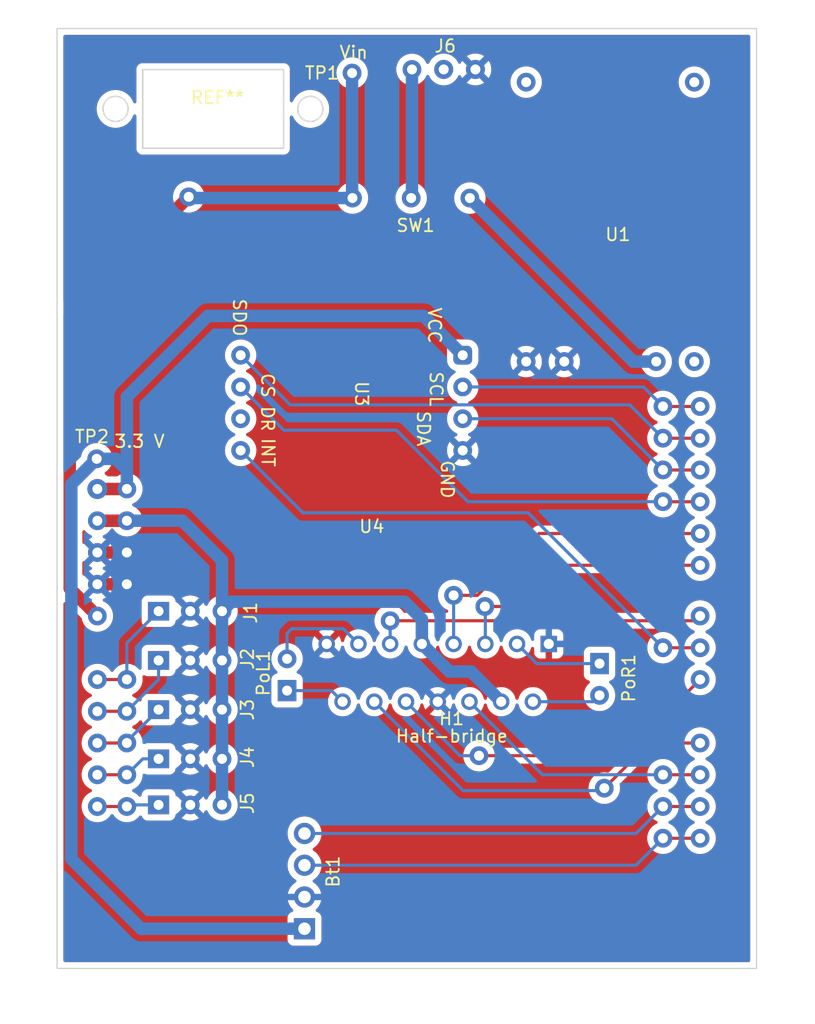
<source format=kicad_pcb>
(kicad_pcb (version 20211014) (generator pcbnew)
  (layers (0 "F.Cu" signal) (31 "B.Cu" power) (34 "B.Paste" user) (35 "F.Paste" user) (36 "B.SilkS" user "B.Silkscreen") (37 "F.SilkS" user "F.Silkscreen") (38 "B.Mask" user) (39 "F.Mask" user) (44 "Edge.Cuts" user))
  (net 0 "")
  (net 1 "GND")
  (net 2 "Net-(H1-Pad2)")
  (net 3 "Net-(H1-Pad3)")
  (net 4 "/3.3V")
  (net 5 "Net-(H1-Pad13)")
  (net 6 "Net-(H1-Pad14)")
  (net 7 "Net-(U3-Pad2)")
  (net 9 "Net-(U3-Pad4)")
  (net 10 "Net-(U3-Pad6)")
  (net 11 "Net-(U3-Pad7)")
  (net 12 "Net-(J3-Pad1)")
  (net 13 "/5V")
  (net 18 "/Vin")
  (net 19 "/chrg+")
  (net 20 "/Batt+")
  (net 21 "Net-(J2-Pad1)")
  (net 22 "Net-(Bt1-Pad3)")
  (net 23 "Net-(U3-Pad1)")
  (net 24 "Net-(J1-Pad1)")
  (net 25 "Net-(H1-Pad7)")
  (net 26 "Net-(H1-Pad12)")
  (net 27 "Net-(H1-Pad10)")
  (net 28 "Net-(H1-Pad11)")
  (net 29 "Net-(J4-Pad1)")
  (net 30 "Net-(H1-Pad5)")
  (net 31 "Net-(H1-Pad6)")
  (net 32 "Net-(Bt1-Pad4)")
  (net 33 "Net-(J5-Pad1)")
  (footprint "Connector_PinHeader_2.54mm:PinHeader_1x03_P2.54mm_Vertical" (layer "F.Cu") (at 111.125 116.459 90)
    (fp_text reference "J2" (at 0.127 7.112 90) (layer "F.SilkS"))
    (fp_text value "IR_sensor")
    (pad "1" thru_hole rect (at 0 0 90) (size 1.5 1.7) (drill 0.8) (layers *.Cu *.Mask) (net 21 "Net-(J2-Pad1)"))
    (pad "2" thru_hole circle (at 0 2.54 90) (size 1.5 1.5) (drill 0.8) (layers *.Cu *.Mask) (net 1 "GND"))
    (pad "3" thru_hole circle (at 0 5.08 90) (size 1.5 1.5) (drill 0.8) (layers *.Cu *.Mask) (net 13 "/5V"))
  )
  (footprint "Connector_PinHeader_2.54mm:PinHeader_1x02_P2.54mm_Horizontal" (layer "F.Cu") (at 121.412 118.872 180)
    (fp_text reference "PoL1" (at 1.905 1.397 90) (layer "F.SilkS"))
    (fp_text value "DC-motor_L")
    (pad "1" thru_hole rect (at 0 0 180) (size 1.5 1.7) (drill 0.8) (layers *.Cu *.Mask) (net 6 "Net-(H1-Pad14)"))
    (pad "2" thru_hole circle (at 0 2.54 180) (size 1.5 1.5) (drill 0.8) (layers *.Cu *.Mask) (net 5 "Net-(H1-Pad13)"))
  )
  (footprint "Omat:GY-50" (layer "F.Cu") (at 115.03 84.296 -90)
    (fp_text reference "U3" (at 10.827 -12.351 -90 unlocked) (layer "F.SilkS"))
    (fp_text value "gy50")
    (fp_text user "INT" (at 15.526 -4.858 -90 unlocked) (layer "F.SilkS"))
    (fp_text user "VCC" (at 5.366 -18.193 -90 unlocked) (layer "F.SilkS"))
    (fp_text user "CS" (at 10.16 -4.826 -90 unlocked) (layer "F.SilkS"))
    (fp_text user "SCL" (at 10.446 -18.32 -90 unlocked) (layer "F.SilkS"))
    (fp_text user "DR" (at 12.827 -4.826 -90 unlocked) (layer "F.SilkS"))
    (fp_text user "GND" (at 17.685 -19.209 -90 unlocked) (layer "F.SilkS"))
    (fp_text user "SDA" (at 13.621 -17.304 -90 unlocked) (layer "F.SilkS"))
    (fp_text user "SDO" (at 4.731 -2.572 -90 unlocked) (layer "F.SilkS"))
    (pad "1" thru_hole circle (at 7.747 -2.667 270) (size 1.5 1.5) (drill 0.8) (layers *.Cu *.Mask) (net 23 "Net-(U3-Pad1)"))
    (pad "2" thru_hole circle (at 10.287 -2.667 270) (size 1.5 1.5) (drill 0.8) (layers *.Cu *.Mask) (net 7 "Net-(U3-Pad2)"))
    (pad "3" thru_hole circle (at 12.827 -2.667 270) (size 1.5 1.5) (drill 0.8) (layers *.Cu *.Mask))
    (pad "4" thru_hole circle (at 15.367 -2.667 270) (size 1.5 1.5) (drill 0.8) (layers *.Cu *.Mask) (net 9 "Net-(U3-Pad4)"))
    (pad "5" thru_hole roundrect (at 7.747 -20.447 270) (size 1.5 1.5) (drill 0.8) (layers *.Cu *.Mask) (net 4 "/3.3V"))
    (pad "6" thru_hole circle (at 10.287 -20.447 270) (size 1.5 1.5) (drill 0.8) (layers *.Cu *.Mask) (net 10 "Net-(U3-Pad6)"))
    (pad "7" thru_hole circle (at 12.827 -20.447 270) (size 1.5 1.5) (drill 0.8) (layers *.Cu *.Mask) (net 11 "Net-(U3-Pad7)"))
    (pad "8" thru_hole circle (at 15.367 -20.447 270) (size 1.5 1.5) (drill 0.8) (layers *.Cu *.Mask) (net 1 "GND"))
  )
  (footprint "Connector_Pin:Pin_D0.7mm_L6.5mm_W1.8mm_FlatFork" (layer "F.Cu") (at 126.619 69.469)
    (fp_text reference "TP1" (at -2.413 0) (layer "F.SilkS"))
    (fp_text value "TestPoint")
    (pad "1" thru_hole circle (at 0 0) (size 1.5 1.5) (drill 0.8) (layers *.Cu *.Mask) (net 18 "/Vin"))
  )
  (footprint "Connector_PinHeader_2.54mm:PinHeader_1x04_P2.54mm_Vertical" (layer "F.Cu") (at 122.809 137.922 180)
    (fp_text reference "Bt1" (at -2.286 4.572 90) (layer "F.SilkS"))
    (fp_text value "Bluetooth_module")
    (pad "1" thru_hole rect (at 0 0 180) (size 1.7 1.7) (drill 1) (layers *.Cu *.Mask) (net 4 "/3.3V"))
    (pad "2" thru_hole oval (at 0 2.54 180) (size 1.7 1.7) (drill 1) (layers *.Cu *.Mask) (net 1 "GND"))
    (pad "3" thru_hole oval (at 0 5.08 180) (size 1.7 1.7) (drill 1) (layers *.Cu *.Mask) (net 22 "Net-(Bt1-Pad3)"))
    (pad "4" thru_hole oval (at 0 7.62 180) (size 1.7 1.7) (drill 1) (layers *.Cu *.Mask) (net 32 "Net-(Bt1-Pad4)"))
  )
  (footprint "Omat:SPDT" (layer "F.Cu") (at 137.954 75.406 180)
    (fp_text reference "SW1" (at 6.255 -6.255 unlocked) (layer "F.SilkS"))
    (fp_text value "Pwr_Sw")
    (pad "1" thru_hole circle (at 11.303 -4.064 180) (size 1.5 1.5) (drill 0.8) (layers *.Cu *.Mask) (net 18 "/Vin"))
    (pad "2" thru_hole circle (at 6.604 -4.064 180) (size 1.5 1.5) (drill 0.8) (layers *.Cu *.Mask) (net 20 "/Batt+"))
    (pad "3" thru_hole circle (at 1.905 -4.064 180) (size 1.5 1.5) (drill 0.8) (layers *.Cu *.Mask) (net 19 "/chrg+"))
  )
  (footprint "Connector_PinHeader_2.54mm:PinHeader_1x03_P2.54mm_Vertical" (layer "F.Cu") (at 111.125 120.396 90)
    (fp_text reference "J3" (at 0 7.112 90) (layer "F.SilkS"))
    (fp_text value "IR_sensor")
    (pad "1" thru_hole rect (at 0 0 90) (size 1.5 1.7) (drill 0.8) (layers *.Cu *.Mask) (net 12 "Net-(J3-Pad1)"))
    (pad "2" thru_hole circle (at 0 2.54 90) (size 1.5 1.5) (drill 0.8) (layers *.Cu *.Mask) (net 1 "GND"))
    (pad "3" thru_hole circle (at 0 5.08 90) (size 1.5 1.5) (drill 0.8) (layers *.Cu *.Mask) (net 13 "/5V"))
  )
  (footprint "Connector_PinHeader_2.54mm:PinHeader_1x03_P2.54mm_Vertical" (layer "F.Cu") (at 111.125 124.333 90)
    (fp_text reference "J4" (at 0.127 7.112 90) (layer "F.SilkS"))
    (fp_text value "IR_sensor")
    (pad "1" thru_hole rect (at 0 0 90) (size 1.5 1.7) (drill 0.8) (layers *.Cu *.Mask) (net 29 "Net-(J4-Pad1)"))
    (pad "2" thru_hole circle (at 0 2.54 90) (size 1.5 1.5) (drill 0.8) (layers *.Cu *.Mask) (net 1 "GND"))
    (pad "3" thru_hole circle (at 0 5.08 90) (size 1.5 1.5) (drill 0.8) (layers *.Cu *.Mask) (net 13 "/5V"))
  )
  (footprint "Connector_PinHeader_2.54mm:PinHeader_1x03_P2.54mm_Vertical" (layer "F.Cu") (at 111.125 128.016 90)
    (fp_text reference "J5" (at 0.127 7.112 90) (layer "F.SilkS"))
    (fp_text value "IR_sensor")
    (pad "1" thru_hole rect (at 0 0 90) (size 1.5 1.7) (drill 0.8) (layers *.Cu *.Mask) (net 33 "Net-(J5-Pad1)"))
    (pad "2" thru_hole circle (at 0 2.54 90) (size 1.5 1.5) (drill 0.8) (layers *.Cu *.Mask) (net 1 "GND"))
    (pad "3" thru_hole circle (at 0 5.08 90) (size 1.5 1.5) (drill 0.8) (layers *.Cu *.Mask) (net 13 "/5V"))
  )
  (footprint "Omat:TPS4056" (layer "F.Cu") (at 138.779 67.659 -90)
    (fp_text reference "U1" (at 14.732 -9.12 unlocked) (layer "F.SilkS"))
    (fp_text value "pwr_mgr_1")
    (pad "1" thru_hole circle (at 24.892 -1.778 270) (size 1.5 1.5) (drill 0.8) (layers *.Cu *.Mask) (net 1 "GND"))
    (pad "2" thru_hole circle (at 24.892 -4.826 270) (size 1.5 1.5) (drill 0.8) (layers *.Cu *.Mask) (net 1 "GND"))
    (pad "3" thru_hole circle (at 24.892 -12.192 270) (size 1.5 1.5) (drill 0.8) (layers *.Cu *.Mask) (net 19 "/chrg+"))
    (pad "4" thru_hole circle (at 24.892 -15.24 270) (size 1.5 1.5) (drill 0.8) (layers *.Cu *.Mask))
    (pad "5" thru_hole circle (at 2.54 -1.778 270) (size 1.5 1.5) (drill 0.8) (layers *.Cu *.Mask))
    (pad "6" thru_hole circle (at 2.54 -15.24 270) (size 1.5 1.5) (drill 0.8) (layers *.Cu *.Mask))
  )
  (footprint "Omat:SPDT_rec" (layer "F.Cu") (at 105.283 77.47)
    (fp_text reference "REF**" (at 10.5664 -6.0452 unlocked) (layer "F.SilkS"))
    (fp_text value "SPDT_rec")
    (fp_rect (start 4.572 -1.9812) (end 15.8496 -8.2804) (layer "Edge.Cuts") (width 0.12) (fill none))
    (fp_circle (center 17.990849 -5.1308) (end 18.752849 -4.4704) (layer "Edge.Cuts") (width 0.12) (fill none))
    (fp_circle (center 2.397812 -5.1308) (end 3.109012 -4.4196) (layer "Edge.Cuts") (width 0.12) (fill none))
  )
  (footprint "Connector_Pin:Pin_D0.7mm_L6.5mm_W1.8mm_FlatFork" (layer "F.Cu") (at 106.172 100.33)
    (fp_text reference "TP2" (at -0.381 -1.778) (layer "F.SilkS"))
    (fp_text value "TestPoint")
    (pad "1" thru_hole circle (at 0 0) (size 1.5 1.5) (drill 0.8) (layers *.Cu *.Mask) (net 4 "/3.3V"))
  )
  (footprint "Connector_PinHeader_2.54mm:PinHeader_1x02_P2.54mm_Horizontal" (layer "F.Cu") (at 146.431 116.713)
    (fp_text reference "PoR1" (at 2.343 1.16705 90) (layer "F.SilkS"))
    (fp_text value "DC-motor_R")
    (pad "1" thru_hole rect (at 0 0) (size 1.5 1.7) (drill 0.8) (layers *.Cu *.Mask) (net 3 "Net-(H1-Pad3)"))
    (pad "2" thru_hole circle (at 0 2.54) (size 1.5 1.5) (drill 0.8) (layers *.Cu *.Mask) (net 2 "Net-(H1-Pad2)"))
  )
  (footprint "Omat:Connector_3pin" (layer "F.Cu") (at 137.6365 67.913 180)
    (fp_text reference "J6" (at 3.556 0.603 unlocked) (layer "F.SilkS"))
    (fp_text value "BATT")
    (pad "1" thru_hole circle (at 1.143 -1.27 180) (size 1.524 1.524) (drill 0.8) (layers *.Cu *.Mask) (net 1 "GND"))
    (pad "2" thru_hole circle (at 3.683 -1.27 180) (size 1.524 1.524) (drill 0.8) (layers *.Cu *.Mask))
    (pad "3" thru_hole circle (at 6.223 -1.27 180) (size 1.5 1.5) (drill 0.8) (layers *.Cu *.Mask) (net 20 "/Batt+"))
  )
  (footprint "Omat:L298HN" (layer "F.Cu") (at 142.367 115.1382 180)
    (fp_text reference "H1" (at 7.7851 -5.9817 180) (layer "F.SilkS"))
    (fp_text value "Half-bridge" (at 7.76605 -7.3787 180) (layer "F.SilkS"))
    (pad "1" thru_hole rect (at 0 0 180) (size 1.3208 1.3208) (drill 0.8128) (layers *.Cu *.Mask) (net 1 "GND"))
    (pad "2" thru_hole circle (at 1.27 -4.6228 180) (size 1.3208 1.3208) (drill 0.8128) (layers *.Cu *.Mask) (net 2 "Net-(H1-Pad2)"))
    (pad "3" thru_hole circle (at 2.54 0 180) (size 1.3208 1.3208) (drill 0.8128) (layers *.Cu *.Mask) (net 3 "Net-(H1-Pad3)"))
    (pad "4" thru_hole circle (at 3.81 -4.6228 180) (size 1.3208 1.3208) (drill 0.8128) (layers *.Cu *.Mask) (net 13 "/5V"))
    (pad "5" thru_hole circle (at 5.08 0 180) (size 1.3208 1.3208) (drill 0.8128) (layers *.Cu *.Mask) (net 30 "Net-(H1-Pad5)"))
    (pad "6" thru_hole circle (at 6.35 -4.6228 180) (size 1.3208 1.3208) (drill 0.8128) (layers *.Cu *.Mask) (net 31 "Net-(H1-Pad6)"))
    (pad "7" thru_hole circle (at 7.62 0 180) (size 1.3208 1.3208) (drill 0.8128) (layers *.Cu *.Mask) (net 25 "Net-(H1-Pad7)"))
    (pad "8" thru_hole circle (at 8.89 -4.6228 180) (size 1.3208 1.3208) (drill 0.8128) (layers *.Cu *.Mask) (net 1 "GND"))
    (pad "9" thru_hole circle (at 10.16 0 180) (size 1.3208 1.3208) (drill 0.8128) (layers *.Cu *.Mask) (net 13 "/5V"))
    (pad "10" thru_hole circle (at 11.43 -4.6228 180) (size 1.3208 1.3208) (drill 0.8128) (layers *.Cu *.Mask) (net 27 "Net-(H1-Pad10)"))
    (pad "11" thru_hole circle (at 12.7 0 180) (size 1.3208 1.3208) (drill 0.8128) (layers *.Cu *.Mask) (net 28 "Net-(H1-Pad11)"))
    (pad "12" thru_hole circle (at 13.97 -4.6228 180) (size 1.3208 1.3208) (drill 0.8128) (layers *.Cu *.Mask) (net 26 "Net-(H1-Pad12)"))
    (pad "13" thru_hole circle (at 15.24 0 180) (size 1.3208 1.3208) (drill 0.8128) (layers *.Cu *.Mask) (net 5 "Net-(H1-Pad13)"))
    (pad "14" thru_hole circle (at 16.51 -4.6228 180) (size 1.3208 1.3208) (drill 0.8128) (layers *.Cu *.Mask) (net 6 "Net-(H1-Pad14)"))
    (pad "15" thru_hole circle (at 17.78 0 180) (size 1.3208 1.3208) (drill 0.8128) (layers *.Cu *.Mask) (net 1 "GND"))
  )
  (footprint "Omat:ST_Morpho_Connector_144_STLink_MountingHoles_modded" (layer "F.Cu") (at 98.679 67.313)
    (fp_text reference "U4" (at 29.5148 38.4332) (layer "F.SilkS"))
    (fp_text value "NUCLEO144-F429ZI")
    (pad "16" thru_hole circle (at 7.5438 35.433) (size 1.6 1.6) (drill 0.8) (layers *.Cu *.Mask) (net 4 "/3.3V"))
    (pad "18" thru_hole circle (at 7.5438 37.973) (size 1.5 1.5) (drill 0.8) (layers *.Cu *.Mask) (net 13 "/5V"))
    (pad "24" thru_hole circle (at 7.5438 45.593) (size 1.5 1.5) (drill 0.8) (layers *.Cu *.Mask) (net 18 "/Vin"))
    (pad "37" thru_hole circle (at 7.5438 55.753) (size 1.5 1.5) (drill 0.8) (layers *.Cu *.Mask) (net 12 "Net-(J3-Pad1)"))
    (pad "38" thru_hole circle (at 7.5438 53.213) (size 1.5 1.5) (drill 0.8) (layers *.Cu *.Mask) (net 21 "Net-(J2-Pad1)"))
    (pad "63" thru_hole circle (at 55.8038 63.373) (size 1.5 1.5) (drill 0.8) (layers *.Cu *.Mask) (net 22 "Net-(Bt1-Pad3)"))
    (pad "83" thru_hole circle (at 55.8038 28.833) (size 1.5 1.5) (drill 0.8) (layers *.Cu *.Mask) (net 10 "Net-(U3-Pad6)"))
    (pad "85" thru_hole circle (at 55.8038 31.373) (size 1.5 1.5) (drill 0.8) (layers *.Cu *.Mask) (net 23 "Net-(U3-Pad1)"))
    (pad "87" thru_hole circle (at 55.8038 33.913) (size 1.5 1.5) (drill 0.8) (layers *.Cu *.Mask) (net 11 "Net-(U3-Pad7)"))
    (pad "108" thru_hole circle (at 7.5438 60.833) (size 1.5 1.5) (drill 0.8) (layers *.Cu *.Mask) (net 33 "Net-(J5-Pad1)"))
    (pad "114" thru_hole circle (at 7.5438 50.673) (size 1.5 1.5) (drill 0.8) (layers *.Cu *.Mask) (net 24 "Net-(J1-Pad1)"))
    (pad "118" thru_hole circle (at 55.8038 36.453) (size 1.5 1.5) (drill 0.8) (layers *.Cu *.Mask) (net 7 "Net-(U3-Pad2)"))
    (pad "120" thru_hole circle (at 55.8038 38.993) (size 1.5 1.5) (drill 0.8) (layers *.Cu *.Mask) (net 25 "Net-(H1-Pad7)"))
    (pad "124" thru_hole circle (at 55.8038 48.133) (size 1.5 1.5) (drill 0.8) (layers *.Cu *.Mask) (net 9 "Net-(U3-Pad4)"))
    (pad "127" thru_hole circle (at 55.8038 55.753) (size 1.5 1.5) (drill 0.8) (layers *.Cu *.Mask) (net 26 "Net-(H1-Pad12)"))
    (pad "128" thru_hole circle (at 55.8038 50.673) (size 1.5 1.5) (drill 0.8) (layers *.Cu *.Mask) (net 27 "Net-(H1-Pad10)"))
    (pad "129" thru_hole circle (at 55.8038 45.593) (size 1.5 1.5) (drill 0.8) (layers *.Cu *.Mask) (net 28 "Net-(H1-Pad11)"))
    (pad "130" thru_hole circle (at 7.5438 58.293) (size 1.5 1.5) (drill 0.8) (layers *.Cu *.Mask) (net 29 "Net-(J4-Pad1)"))
    (pad "131" thru_hole circle (at 55.8038 41.533) (size 1.5 1.5) (drill 0.8) (layers *.Cu *.Mask) (net 30 "Net-(H1-Pad5)"))
    (pad "132" thru_hole circle (at 55.8038 58.293) (size 1.5 1.5) (drill 0.8) (layers *.Cu *.Mask) (net 31 "Net-(H1-Pad6)"))
    (pad "133" thru_hole circle (at 55.8038 60.833) (size 1.5 1.5) (drill 0.8) (layers *.Cu *.Mask) (net 32 "Net-(Bt1-Pad4)"))
    (pad "143" thru_hole circle (at 7.5438 40.513) (size 1.5 1.5) (drill 0.8) (layers *.Cu *.Mask) (net 1 "GND"))
    (pad "144" thru_hole circle (at 7.5438 43.053) (size 1.5 1.5) (drill 0.8) (layers *.Cu *.Mask) (net 1 "GND"))
  )
  (footprint "Connector_PinHeader_2.54mm:PinHeader_1x03_P2.54mm_Vertical" (layer "F.Cu") (at 111.125 112.522 90)
    (fp_text reference "J1" (at -0.127 7.366 90) (layer "F.SilkS"))
    (fp_text value "IR_sensor")
    (pad "1" thru_hole rect (at 0 0 90) (size 1.5 1.7) (drill 0.8) (layers *.Cu *.Mask) (net 24 "Net-(J1-Pad1)"))
    (pad "2" thru_hole circle (at 0 2.54 90) (size 1.5 1.5) (drill 0.8) (layers *.Cu *.Mask) (net 1 "GND"))
    (pad "3" thru_hole circle (at 0 5.08 90) (size 1.5 1.5) (drill 0.8) (layers *.Cu *.Mask) (net 13 "/5V"))
  )
  (gr_rect (start 102.997 65.913) (end 159.004 141.097) (layer "Edge.Cuts") (width 0.1) (fill none))
  (gr_text "Vin" (at 126.746 67.818) (layer "F.SilkS") (effects (font (size 1 1))))
  (gr_text "3.3 V" (at 109.601 98.933) (layer "F.SilkS") (effects (font (size 1 1))))
  (segment (start 108.582 110.366) (end 108.585 110.363) (width 1) (layer "F.Cu") (net 1))
  (segment (start 106.2228 110.366) (end 108.582 110.366) (width 1) (layer "F.Cu") (net 1))
  (segment (start 106.2228 107.826) (end 108.582 107.826) (width 1) (layer "F.Cu") (net 1))
  (segment (start 108.582 107.826) (end 108.585 107.823) (width 1) (layer "F.Cu") (net 1))
  (via (at 108.585 107.823) (size 1.5) (drill 0.8) (layers "F.Cu" "B.Cu") (net 1))
  (via (at 108.585 110.363) (size 1.5) (drill 0.8) (layers "F.Cu" "B.Cu") (net 1))
  (segment (start 145.923 119.761) (end 146.431 119.253) (width 0.25) (layer "B.Cu") (net 2))
  (segment (start 141.097 119.761) (end 145.923 119.761) (width 0.25) (layer "B.Cu") (net 2))
  (segment (start 141.4018 116.713) (end 146.431 116.713) (width 0.25) (layer "B.Cu") (net 3))
  (segment (start 139.827 115.1382) (end 141.4018 116.713) (width 0.25) (layer "B.Cu") (net 3))
  (segment (start 108.582 102.746) (end 108.585 102.743) (width 1) (layer "F.Cu") (net 4))
  (segment (start 106.2228 102.746) (end 108.582 102.746) (width 1) (layer "F.Cu") (net 4))
  (via (at 108.585 102.743) (size 1.5) (drill 0.8) (layers "F.Cu" "B.Cu") (net 4))
  (segment (start 132.334 88.9) (end 135.477 92.043) (width 1) (layer "B.Cu") (net 4))
  (segment (start 104.14 102.87) (end 104.14 132.334) (width 1) (layer "B.Cu") (net 4))
  (segment (start 115.062 88.9) (end 132.334 88.9) (width 1) (layer "B.Cu") (net 4))
  (segment (start 108.585 95.377) (end 115.062 88.9) (width 1) (layer "B.Cu") (net 4))
  (segment (start 109.728 137.922) (end 122.809 137.922) (width 1) (layer "B.Cu") (net 4))
  (segment (start 104.14 132.334) (end 109.728 137.922) (width 1) (layer "B.Cu") (net 4))
  (segment (start 108.585 102.743) (end 108.585 101.219) (width 1) (layer "B.Cu") (net 4))
  (segment (start 107.696 100.33) (end 108.585 101.219) (width 1) (layer "B.Cu") (net 4))
  (segment (start 104.14 102.362) (end 104.14 102.87) (width 1) (layer "B.Cu") (net 4))
  (segment (start 108.585 101.219) (end 108.585 95.377) (width 1) (layer "B.Cu") (net 4))
  (segment (start 106.172 100.33) (end 107.696 100.33) (width 1) (layer "B.Cu") (net 4))
  (segment (start 106.172 100.33) (end 104.14 102.362) (width 1) (layer "B.Cu") (net 4))
  (segment (start 121.412 114.3) (end 121.793 113.919) (width 0.25) (layer "B.Cu") (net 5))
  (segment (start 121.793 113.919) (end 125.9078 113.919) (width 0.25) (layer "B.Cu") (net 5))
  (segment (start 125.9078 113.919) (end 127.127 115.1382) (width 0.25) (layer "B.Cu") (net 5))
  (segment (start 121.412 116.332) (end 121.412 114.3) (width 0.25) (layer "B.Cu") (net 5))
  (segment (start 124.968 118.872) (end 121.412 118.872) (width 0.25) (layer "B.Cu") (net 6))
  (segment (start 125.857 119.761) (end 124.968 118.872) (width 0.25) (layer "B.Cu") (net 6))
  (segment (start 154.4828 103.766) (end 151.518 103.766) (width 0.25) (layer "F.Cu") (net 7))
  (segment (start 151.518 103.766) (end 151.511 103.759) (width 0.25) (layer "F.Cu") (net 7))
  (via (at 151.511 103.759) (size 1.5) (drill 0.8) (layers "F.Cu" "B.Cu") (net 7))
  (segment (start 121.158 98.044) (end 130.175 98.044) (width 0.25) (layer "B.Cu") (net 7))
  (segment (start 130.175 98.044) (end 135.89 103.759) (width 0.25) (layer "B.Cu") (net 7))
  (segment (start 135.89 103.759) (end 151.511 103.759) (width 0.25) (layer "B.Cu") (net 7))
  (segment (start 117.697 94.583) (end 121.158 98.044) (width 0.25) (layer "B.Cu") (net 7))
  (segment (start 154.4828 115.446) (end 151.514 115.446) (width 0.25) (layer "F.Cu") (net 9))
  (segment (start 151.514 115.446) (end 151.511 115.443) (width 0.25) (layer "F.Cu") (net 9))
  (via (at 151.511 115.443) (size 1.5) (drill 0.8) (layers "F.Cu" "B.Cu") (net 9))
  (segment (start 140.716 104.648) (end 151.511 115.443) (width 0.25) (layer "B.Cu") (net 9))
  (segment (start 117.697 99.663) (end 122.682 104.648) (width 0.25) (layer "B.Cu") (net 9))
  (segment (start 122.682 104.648) (end 140.716 104.648) (width 0.25) (layer "B.Cu") (net 9))
  (segment (start 154.4828 96.146) (end 151.518 96.146) (width 0.25) (layer "F.Cu") (net 10))
  (segment (start 151.518 96.146) (end 151.511 96.139) (width 0.25) (layer "F.Cu") (net 10))
  (via (at 151.511 96.139) (size 1.5) (drill 0.8) (layers "F.Cu" "B.Cu") (net 10))
  (segment (start 149.955 94.583) (end 151.511 96.139) (width 0.25) (layer "B.Cu") (net 10))
  (segment (start 135.477 94.583) (end 149.955 94.583) (width 0.25) (layer "B.Cu") (net 10))
  (segment (start 151.518 101.226) (end 151.511 101.219) (width 0.25) (layer "F.Cu") (net 11))
  (segment (start 154.4828 101.226) (end 151.518 101.226) (width 0.25) (layer "F.Cu") (net 11))
  (via (at 151.511 101.219) (size 1.5) (drill 0.8) (layers "F.Cu" "B.Cu") (net 11))
  (segment (start 135.477 97.123) (end 147.415 97.123) (width 0.25) (layer "B.Cu") (net 11))
  (segment (start 147.415 97.123) (end 151.511 101.219) (width 0.25) (layer "B.Cu") (net 11))
  (segment (start 108.582 123.066) (end 108.585 123.063) (width 0.25) (layer "F.Cu") (net 12))
  (segment (start 106.2228 123.066) (end 108.582 123.066) (width 0.25) (layer "F.Cu") (net 12))
  (via (at 108.585 123.063) (size 1.5) (drill 0.8) (layers "F.Cu" "B.Cu") (net 12))
  (segment (start 108.585 122.936) (end 108.585 123.063) (width 0.25) (layer "B.Cu") (net 12))
  (segment (start 111.125 120.396) (end 108.585 122.936) (width 0.25) (layer "B.Cu") (net 12))
  (segment (start 106.2228 105.286) (end 108.582 105.286) (width 1) (layer "F.Cu") (net 13))
  (segment (start 108.582 105.286) (end 108.585 105.283) (width 1) (layer "F.Cu") (net 13))
  (via (at 108.585 105.283) (size 1.5) (drill 0.8) (layers "F.Cu" "B.Cu") (net 13))
  (segment (start 132.207 115.1382) (end 134.4168 117.348) (width 1) (layer "B.Cu") (net 13))
  (segment (start 130.81 111.76) (end 116.967 111.76) (width 1) (layer "B.Cu") (net 13))
  (segment (start 136.144 117.348) (end 138.557 119.761) (width 1) (layer "B.Cu") (net 13))
  (segment (start 116.205 108.458) (end 116.205 112.522) (width 1) (layer "B.Cu") (net 13))
  (segment (start 116.967 111.76) (end 116.205 112.522) (width 1) (layer "B.Cu") (net 13))
  (segment (start 108.585 105.283) (end 113.03 105.283) (width 1) (layer "B.Cu") (net 13))
  (segment (start 116.205 112.522) (end 116.205 128.016) (width 1) (layer "B.Cu") (net 13))
  (segment (start 113.03 105.283) (end 116.205 108.458) (width 1) (layer "B.Cu") (net 13))
  (segment (start 134.4168 117.348) (end 136.144 117.348) (width 1) (layer "B.Cu") (net 13))
  (segment (start 132.207 115.1382) (end 132.207 113.157) (width 1) (layer "B.Cu") (net 13))
  (segment (start 132.207 113.157) (end 130.81 111.76) (width 1) (layer "B.Cu") (net 13))
  (segment (start 104.013 88.9) (end 113.538 79.375) (width 1) (layer "F.Cu") (net 18))
  (segment (start 106.2228 112.906) (end 104.013 110.6962) (width 1) (layer "F.Cu") (net 18))
  (segment (start 104.013 110.6962) (end 104.013 88.9) (width 1) (layer "F.Cu") (net 18))
  (via (at 113.538 79.375) (size 1.5) (drill 0.8) (layers "F.Cu" "B.Cu") (net 18))
  (segment (start 113.633 79.47) (end 113.538 79.375) (width 1) (layer "B.Cu") (net 18))
  (segment (start 126.619 69.469) (end 126.619 79.438) (width 1) (layer "B.Cu") (net 18))
  (segment (start 126.619 79.438) (end 126.651 79.47) (width 1) (layer "B.Cu") (net 18))
  (segment (start 126.651 79.47) (end 113.633 79.47) (width 1) (layer "B.Cu") (net 18))
  (segment (start 149.13 92.551) (end 150.971 92.551) (width 1) (layer "B.Cu") (net 19))
  (segment (start 136.049 79.47) (end 149.13 92.551) (width 1) (layer "B.Cu") (net 19))
  (segment (start 131.4135 79.4065) (end 131.35 79.47) (width 1) (layer "B.Cu") (net 20))
  (segment (start 131.4135 69.183) (end 131.4135 79.4065) (width 1) (layer "B.Cu") (net 20))
  (segment (start 106.2228 120.526) (end 108.582 120.526) (width 0.25) (layer "F.Cu") (net 21))
  (segment (start 108.582 120.526) (end 108.585 120.523) (width 0.25) (layer "F.Cu") (net 21))
  (via (at 108.585 120.523) (size 1.5) (drill 0.8) (layers "F.Cu" "B.Cu") (net 21))
  (segment (start 111.125 117.983) (end 108.585 120.523) (width 0.25) (layer "B.Cu") (net 21))
  (segment (start 111.125 116.459) (end 111.125 117.983) (width 0.25) (layer "B.Cu") (net 21))
  (segment (start 154.4828 130.686) (end 151.514 130.686) (width 0.25) (layer "F.Cu") (net 22))
  (segment (start 151.514 130.686) (end 151.511 130.683) (width 0.25) (layer "F.Cu") (net 22))
  (via (at 151.511 130.683) (size 1.5) (drill 0.8) (layers "F.Cu" "B.Cu") (net 22))
  (segment (start 122.809 132.842) (end 149.352 132.842) (width 0.25) (layer "B.Cu") (net 22))
  (segment (start 149.352 132.842) (end 151.511 130.683) (width 0.25) (layer "B.Cu") (net 22))
  (segment (start 154.4828 98.686) (end 151.518 98.686) (width 0.25) (layer "F.Cu") (net 23))
  (segment (start 151.518 98.686) (end 151.511 98.679) (width 0.25) (layer "F.Cu") (net 23))
  (via (at 151.511 98.679) (size 1.5) (drill 0.8) (layers "F.Cu" "B.Cu") (net 23))
  (segment (start 148.844 96.012) (end 151.511 98.679) (width 0.25) (layer "B.Cu") (net 23))
  (segment (start 121.666 96.012) (end 148.844 96.012) (width 0.25) (layer "B.Cu") (net 23))
  (segment (start 117.697 92.043) (end 121.666 96.012) (width 0.25) (layer "B.Cu") (net 23))
  (segment (start 106.2228 117.986) (end 108.582 117.986) (width 0.25) (layer "F.Cu") (net 24))
  (segment (start 108.582 117.986) (end 108.585 117.983) (width 0.25) (layer "F.Cu") (net 24))
  (via (at 108.585 117.983) (size 1.5) (drill 0.8) (layers "F.Cu" "B.Cu") (net 24))
  (segment (start 108.585 115.062) (end 108.585 117.983) (width 0.25) (layer "B.Cu") (net 24))
  (segment (start 111.125 112.522) (end 108.585 115.062) (width 0.25) (layer "B.Cu") (net 24))
  (segment (start 136.652 111.252) (end 141.598 106.306) (width 0.25) (layer "F.Cu") (net 25))
  (segment (start 134.747 111.252) (end 136.652 111.252) (width 0.25) (layer "F.Cu") (net 25))
  (segment (start 141.598 106.306) (end 154.4828 106.306) (width 0.25) (layer "F.Cu") (net 25))
  (via (at 134.747 111.252) (size 1.5) (drill 0.8) (layers "F.Cu" "B.Cu") (net 25))
  (segment (start 134.747 111.252) (end 134.747 115.1382) (width 0.25) (layer "B.Cu") (net 25))
  (segment (start 150.4235 123.066) (end 154.4828 123.066) (width 0.25) (layer "F.Cu") (net 26))
  (segment (start 146.812 126.6775) (end 150.4235 123.066) (width 0.25) (layer "F.Cu") (net 26))
  (via (at 146.812 126.6775) (size 1.5) (drill 0.8) (layers "F.Cu" "B.Cu") (net 26))
  (segment (start 146.6165 126.873) (end 146.812 126.6775) (width 0.25) (layer "B.Cu") (net 26))
  (segment (start 135.509 126.873) (end 146.6165 126.873) (width 0.25) (layer "B.Cu") (net 26))
  (segment (start 128.397 119.761) (end 135.509 126.873) (width 0.25) (layer "B.Cu") (net 26))
  (segment (start 148.3898 124.079) (end 154.4828 117.986) (width 0.25) (layer "F.Cu") (net 27))
  (segment (start 136.779 124.079) (end 148.3898 124.079) (width 0.25) (layer "F.Cu") (net 27))
  (via (at 136.779 124.079) (size 1.5) (drill 0.8) (layers "F.Cu" "B.Cu") (net 27))
  (segment (start 135.255 124.079) (end 136.779 124.079) (width 0.25) (layer "B.Cu") (net 27))
  (segment (start 130.937 119.761) (end 135.255 124.079) (width 0.25) (layer "B.Cu") (net 27))
  (segment (start 129.667 113.284) (end 154.1048 113.284) (width 0.25) (layer "F.Cu") (net 28))
  (segment (start 154.1048 113.284) (end 154.4828 112.906) (width 0.25) (layer "F.Cu") (net 28))
  (via (at 129.667 113.284) (size 1.5) (drill 0.8) (layers "F.Cu" "B.Cu") (net 28))
  (segment (start 129.667 113.284) (end 129.667 115.1382) (width 0.25) (layer "B.Cu") (net 28))
  (segment (start 108.582 125.606) (end 108.585 125.603) (width 0.25) (layer "F.Cu") (net 29))
  (segment (start 106.2228 125.606) (end 108.582 125.606) (width 0.25) (layer "F.Cu") (net 29))
  (via (at 108.585 125.603) (size 1.5) (drill 0.8) (layers "F.Cu" "B.Cu") (net 29))
  (segment (start 111.125 124.333) (end 109.855 124.333) (width 0.25) (layer "B.Cu") (net 29))
  (segment (start 109.855 124.333) (end 108.585 125.603) (width 0.25) (layer "B.Cu") (net 29))
  (segment (start 137.248025 112.146039) (end 140.569837 112.146039) (width 0.25) (layer "F.Cu") (net 30))
  (segment (start 143.869876 108.846) (end 154.4828 108.846) (width 0.25) (layer "F.Cu") (net 30))
  (segment (start 140.569837 112.146039) (end 143.869876 108.846) (width 0.25) (layer "F.Cu") (net 30))
  (via (at 137.248025 112.146039) (size 1.5) (drill 0.8) (layers "F.Cu" "B.Cu") (net 30))
  (segment (start 137.248025 112.146039) (end 137.287 112.185014) (width 0.25) (layer "B.Cu") (net 30))
  (segment (start 137.287 112.185014) (end 137.287 115.1382) (width 0.25) (layer "B.Cu") (net 30))
  (segment (start 151.514 125.606) (end 151.511 125.603) (width 0.25) (layer "F.Cu") (net 31))
  (segment (start 154.4828 125.606) (end 151.514 125.606) (width 0.25) (layer "F.Cu") (net 31))
  (via (at 151.511 125.603) (size 1.5) (drill 0.8) (layers "F.Cu" "B.Cu") (net 31))
  (segment (start 136.017 119.761) (end 141.859 125.603) (width 0.25) (layer "B.Cu") (net 31))
  (segment (start 141.859 125.603) (end 151.511 125.603) (width 0.25) (layer "B.Cu") (net 31))
  (segment (start 151.514 128.146) (end 151.511 128.143) (width 0.25) (layer "F.Cu") (net 32))
  (segment (start 154.4828 128.146) (end 151.514 128.146) (width 0.25) (layer "F.Cu") (net 32))
  (via (at 151.511 128.143) (size 1.5) (drill 0.8) (layers "F.Cu" "B.Cu") (net 32))
  (segment (start 122.809 130.302) (end 149.352 130.302) (width 0.25) (layer "B.Cu") (net 32))
  (segment (start 149.352 130.302) (end 151.511 128.143) (width 0.25) (layer "B.Cu") (net 32))
  (segment (start 106.2228 128.146) (end 108.582 128.146) (width 0.25) (layer "F.Cu") (net 33))
  (segment (start 108.582 128.146) (end 108.585 128.143) (width 0.25) (layer "F.Cu") (net 33))
  (via (at 108.585 128.143) (size 1.5) (drill 0.8) (layers "F.Cu" "B.Cu") (net 33))
  (segment (start 108.712 128.016) (end 108.585 128.143) (width 0.25) (layer "B.Cu") (net 33))
  (segment (start 111.125 128.016) (end 108.712 128.016) (width 0.25) (layer "B.Cu") (net 33))
  (zone (net 1) (net_name "GND") (layer "F.Cu") (connect_pads (clearance 0.508)) (min_thickness 0.254) (fill yes (thermal_gap 0.508) (thermal_bridge_width 0.508))
    (polygon (pts (xy 163.703 145.542) (xy 99.441 144.145) (xy 100.457 66.167) (xy 101.473 64.135) (xy 161.417 63.627)))
  )
  (zone (net 1) (net_name "GND") (layer "B.Cu") (connect_pads (clearance 0.508)) (min_thickness 0.254) (fill yes (thermal_gap 0.508) (thermal_bridge_width 0.508))
    (polygon (pts (xy 103.632 65.786) (xy 159.131 65.659) (xy 158.623 141.097) (xy 102.87 141.097) (xy 102.997 65.532)))
  )
)
</source>
